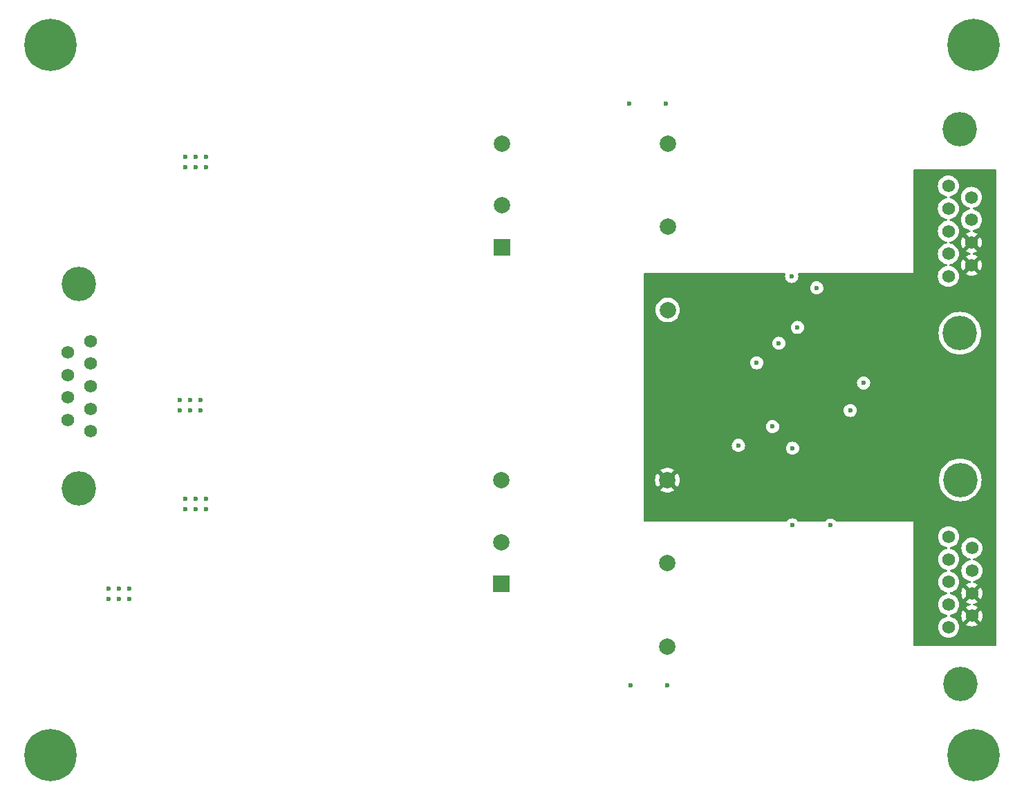
<source format=gbr>
%TF.GenerationSoftware,KiCad,Pcbnew,8.0.6*%
%TF.CreationDate,2025-05-16T11:43:59-04:00*%
%TF.ProjectId,PM5V_Telemetry_Cold_TPC,504d3556-5f54-4656-9c65-6d657472795f,rev?*%
%TF.SameCoordinates,Original*%
%TF.FileFunction,Copper,L4,Inr*%
%TF.FilePolarity,Positive*%
%FSLAX46Y46*%
G04 Gerber Fmt 4.6, Leading zero omitted, Abs format (unit mm)*
G04 Created by KiCad (PCBNEW 8.0.6) date 2025-05-16 11:43:59*
%MOMM*%
%LPD*%
G01*
G04 APERTURE LIST*
%TA.AperFunction,ComponentPad*%
%ADD10C,6.400000*%
%TD*%
%TA.AperFunction,ComponentPad*%
%ADD11C,1.560000*%
%TD*%
%TA.AperFunction,ComponentPad*%
%ADD12C,4.216000*%
%TD*%
%TA.AperFunction,ComponentPad*%
%ADD13R,2.000000X2.000000*%
%TD*%
%TA.AperFunction,ComponentPad*%
%ADD14C,2.000000*%
%TD*%
%TA.AperFunction,ViaPad*%
%ADD15C,0.600000*%
%TD*%
G04 APERTURE END LIST*
D10*
%TO.N,GNDPWR*%
%TO.C,H3*%
X208000000Y-33000000D03*
%TD*%
%TO.N,GNDPWR*%
%TO.C,H1*%
X95000000Y-33000000D03*
%TD*%
D11*
%TO.N,/V_SEC_RTN*%
%TO.C,J1*%
X99920000Y-69275000D03*
X99920000Y-72045000D03*
%TO.N,unconnected-(J1-Pad3)*%
X99920000Y-74815000D03*
%TO.N,/V_SEC_RTN*%
X99920000Y-77585000D03*
X99920000Y-80355000D03*
%TO.N,/V_SEC_IN*%
X97080000Y-70660000D03*
X97080000Y-73430000D03*
X97080000Y-76200000D03*
X97080000Y-78970000D03*
D12*
%TO.N,GNDPWR*%
X98500000Y-62315000D03*
X98500000Y-87315000D03*
%TD*%
D10*
%TO.N,GNDPWR*%
%TO.C,H2*%
X95000000Y-120000000D03*
%TD*%
D11*
%TO.N,/PM_5V_RTN*%
%TO.C,J2*%
X204940000Y-61360000D03*
X204940000Y-58590000D03*
%TO.N,unconnected-(J2-Pad3)*%
X204940000Y-55820000D03*
%TO.N,/PM_5V_RTN*%
X204940000Y-53050000D03*
X204940000Y-50280000D03*
%TO.N,/M5_OUT*%
X207780000Y-59975000D03*
X207780000Y-57205000D03*
%TO.N,/P5_OUT*%
X207780000Y-54435000D03*
X207780000Y-51665000D03*
D12*
%TO.N,GNDPWR*%
X206360000Y-68320000D03*
X206360000Y-43320000D03*
%TD*%
D10*
%TO.N,GNDPWR*%
%TO.C,H4*%
X208000000Y-120000000D03*
%TD*%
D13*
%TO.N,/Main_Converter1/V_POS*%
%TO.C,U2*%
X150235600Y-99020000D03*
D14*
%TO.N,/Main_Converter1/V_RTN*%
X150235600Y-93920000D03*
%TO.N,/PM_5V_RTN*%
X170535600Y-106720000D03*
%TO.N,/Main_Converter1/trim*%
X170535600Y-96520000D03*
%TO.N,/M5_OUT*%
X170535600Y-86320000D03*
%TO.N,unconnected-(U2-REMOTE-Pad6)*%
X150235600Y-86320000D03*
%TD*%
D13*
%TO.N,/Main_Converter/V_POS*%
%TO.C,U1*%
X150268100Y-57775000D03*
D14*
%TO.N,/Main_Converter/V_RTN*%
X150268100Y-52675000D03*
%TO.N,/P5_OUT*%
X170568100Y-65475000D03*
%TO.N,/Main_Converter/trim*%
X170568100Y-55275000D03*
%TO.N,/PM_5V_RTN*%
X170568100Y-45075000D03*
%TO.N,unconnected-(U1-REMOTE-Pad6)*%
X150268100Y-45075000D03*
%TD*%
D11*
%TO.N,/PM_5V_RTN*%
%TO.C,J3*%
X204980000Y-104350000D03*
X204980000Y-101580000D03*
%TO.N,unconnected-(J3-Pad3)*%
X204980000Y-98810000D03*
%TO.N,/PM_5V_RTN*%
X204980000Y-96040000D03*
X204980000Y-93270000D03*
%TO.N,/M5_OUT*%
X207820000Y-102965000D03*
X207820000Y-100195000D03*
%TO.N,/P5_OUT*%
X207820000Y-97425000D03*
X207820000Y-94655000D03*
D12*
%TO.N,GNDPWR*%
X206400000Y-111310000D03*
X206400000Y-86310000D03*
%TD*%
D15*
%TO.N,/V_SEC_RTN*%
X111506000Y-88646000D03*
X112776000Y-48006000D03*
X111506000Y-46736000D03*
X111506000Y-89916000D03*
X112776000Y-89916000D03*
X114046000Y-46736000D03*
X114046000Y-48006000D03*
X112776000Y-46736000D03*
X114046000Y-88646000D03*
X114046000Y-89916000D03*
X112776000Y-88646000D03*
X111506000Y-48006000D03*
%TO.N,/P5_OUT*%
X194564000Y-74422000D03*
X181474300Y-71950000D03*
%TO.N,/PM_5V_RTN*%
X179238100Y-82080000D03*
X185868900Y-82427600D03*
X186468100Y-67620000D03*
X192928100Y-77790000D03*
X184188100Y-69560000D03*
X170318100Y-40230000D03*
X170483000Y-111506000D03*
X183418100Y-79770000D03*
%TO.N,GNDPWR*%
X165868100Y-40220000D03*
X166035500Y-111481000D03*
%TO.N,/M5_OUT*%
X186401900Y-78450000D03*
X177378100Y-82030000D03*
%TO.N,Net-(D1-Pad2)*%
X185758100Y-61370000D03*
%TO.N,Net-(D1-Pad1)*%
X188828100Y-62770000D03*
%TO.N,Net-(D2-Pad1)*%
X185818100Y-91830000D03*
%TO.N,Net-(D2-Pad2)*%
X190508100Y-91840000D03*
%TO.N,/V_SEC_IN*%
X110870000Y-76520000D03*
X104660000Y-100910000D03*
X103390000Y-100910000D03*
X103390000Y-99640000D03*
X110870000Y-77790000D03*
X102120000Y-99640000D03*
X113410000Y-77790000D03*
X104660000Y-99640000D03*
X112140000Y-77790000D03*
X113410000Y-76520000D03*
X102120000Y-100910000D03*
X112140000Y-76520000D03*
%TD*%
%TA.AperFunction,Conductor*%
%TO.N,/M5_OUT*%
G36*
X210763039Y-48279685D02*
G01*
X210808794Y-48332489D01*
X210820000Y-48384000D01*
X210820000Y-106556000D01*
X210800315Y-106623039D01*
X210747511Y-106668794D01*
X210696000Y-106680000D01*
X200784000Y-106680000D01*
X200716961Y-106660315D01*
X200671206Y-106607511D01*
X200660000Y-106556000D01*
X200660000Y-93269998D01*
X203694609Y-93269998D01*
X203694609Y-93270001D01*
X203714136Y-93493200D01*
X203714137Y-93493208D01*
X203772126Y-93709625D01*
X203772127Y-93709627D01*
X203772128Y-93709630D01*
X203827683Y-93828768D01*
X203866819Y-93912696D01*
X203866821Y-93912700D01*
X203995329Y-94096228D01*
X203995334Y-94096234D01*
X204153765Y-94254665D01*
X204153771Y-94254670D01*
X204337299Y-94383178D01*
X204337301Y-94383179D01*
X204337304Y-94383181D01*
X204540370Y-94477872D01*
X204754414Y-94535225D01*
X204814074Y-94571590D01*
X204844603Y-94634437D01*
X204836308Y-94703813D01*
X204791823Y-94757691D01*
X204754415Y-94774774D01*
X204705230Y-94787953D01*
X204540374Y-94832126D01*
X204540368Y-94832129D01*
X204337306Y-94926818D01*
X204337304Y-94926819D01*
X204153764Y-95055334D01*
X203995334Y-95213764D01*
X203866819Y-95397304D01*
X203866818Y-95397306D01*
X203772129Y-95600368D01*
X203772126Y-95600374D01*
X203714137Y-95816791D01*
X203714136Y-95816799D01*
X203694609Y-96039998D01*
X203694609Y-96040001D01*
X203714136Y-96263200D01*
X203714137Y-96263208D01*
X203772126Y-96479625D01*
X203772127Y-96479627D01*
X203772128Y-96479630D01*
X203827683Y-96598768D01*
X203866819Y-96682696D01*
X203866821Y-96682700D01*
X203995329Y-96866228D01*
X203995334Y-96866234D01*
X204153765Y-97024665D01*
X204153771Y-97024670D01*
X204337299Y-97153178D01*
X204337301Y-97153179D01*
X204337304Y-97153181D01*
X204540370Y-97247872D01*
X204754414Y-97305225D01*
X204814074Y-97341590D01*
X204844603Y-97404437D01*
X204836308Y-97473813D01*
X204791823Y-97527691D01*
X204754415Y-97544774D01*
X204705230Y-97557953D01*
X204540374Y-97602126D01*
X204540368Y-97602129D01*
X204337306Y-97696818D01*
X204337304Y-97696819D01*
X204153764Y-97825334D01*
X203995334Y-97983764D01*
X203866819Y-98167304D01*
X203866818Y-98167306D01*
X203772129Y-98370368D01*
X203772126Y-98370374D01*
X203714137Y-98586791D01*
X203714136Y-98586799D01*
X203694609Y-98809998D01*
X203694609Y-98810001D01*
X203714136Y-99033200D01*
X203714137Y-99033208D01*
X203772126Y-99249625D01*
X203772127Y-99249627D01*
X203772128Y-99249630D01*
X203866819Y-99452696D01*
X203866821Y-99452700D01*
X203995329Y-99636228D01*
X203995334Y-99636234D01*
X204153765Y-99794665D01*
X204153771Y-99794670D01*
X204337299Y-99923178D01*
X204337301Y-99923179D01*
X204337304Y-99923181D01*
X204540370Y-100017872D01*
X204754414Y-100075225D01*
X204814074Y-100111590D01*
X204844603Y-100174437D01*
X204836308Y-100243813D01*
X204791823Y-100297691D01*
X204754415Y-100314774D01*
X204705230Y-100327953D01*
X204540374Y-100372126D01*
X204540368Y-100372129D01*
X204337306Y-100466818D01*
X204337304Y-100466819D01*
X204153764Y-100595334D01*
X203995334Y-100753764D01*
X203866819Y-100937304D01*
X203866818Y-100937306D01*
X203772129Y-101140368D01*
X203772126Y-101140374D01*
X203714137Y-101356791D01*
X203714136Y-101356799D01*
X203694609Y-101579998D01*
X203694609Y-101580001D01*
X203714136Y-101803200D01*
X203714137Y-101803208D01*
X203772126Y-102019625D01*
X203772127Y-102019627D01*
X203772128Y-102019630D01*
X203866819Y-102222696D01*
X203866821Y-102222700D01*
X203995329Y-102406228D01*
X203995334Y-102406234D01*
X204153765Y-102564665D01*
X204153771Y-102564670D01*
X204337299Y-102693178D01*
X204337301Y-102693179D01*
X204337304Y-102693181D01*
X204540370Y-102787872D01*
X204754414Y-102845225D01*
X204814074Y-102881590D01*
X204844603Y-102944437D01*
X204836308Y-103013813D01*
X204791823Y-103067691D01*
X204754415Y-103084774D01*
X204705230Y-103097953D01*
X204540374Y-103142126D01*
X204540368Y-103142129D01*
X204337306Y-103236818D01*
X204337304Y-103236819D01*
X204153764Y-103365334D01*
X203995334Y-103523764D01*
X203866819Y-103707304D01*
X203866818Y-103707306D01*
X203772129Y-103910368D01*
X203772126Y-103910374D01*
X203714137Y-104126791D01*
X203714136Y-104126799D01*
X203694609Y-104349998D01*
X203694609Y-104350001D01*
X203714136Y-104573200D01*
X203714137Y-104573208D01*
X203772126Y-104789625D01*
X203772127Y-104789627D01*
X203772128Y-104789630D01*
X203866819Y-104992696D01*
X203866821Y-104992700D01*
X203995329Y-105176228D01*
X203995334Y-105176234D01*
X204153765Y-105334665D01*
X204153771Y-105334670D01*
X204337299Y-105463178D01*
X204337301Y-105463179D01*
X204337304Y-105463181D01*
X204540370Y-105557872D01*
X204756794Y-105615863D01*
X204916226Y-105629811D01*
X204979998Y-105635391D01*
X204980000Y-105635391D01*
X204980002Y-105635391D01*
X205035801Y-105630509D01*
X205203206Y-105615863D01*
X205419630Y-105557872D01*
X205622696Y-105463181D01*
X205806233Y-105334667D01*
X205964667Y-105176233D01*
X206093181Y-104992696D01*
X206187872Y-104789630D01*
X206245863Y-104573206D01*
X206265391Y-104350000D01*
X206245863Y-104126794D01*
X206187872Y-103910370D01*
X206093181Y-103707305D01*
X205964667Y-103523767D01*
X205806233Y-103365333D01*
X205806229Y-103365330D01*
X205806228Y-103365329D01*
X205622700Y-103236821D01*
X205622696Y-103236819D01*
X205622694Y-103236818D01*
X205419630Y-103142128D01*
X205419626Y-103142127D01*
X205419622Y-103142125D01*
X205257884Y-103098788D01*
X205205585Y-103084774D01*
X205145925Y-103048410D01*
X205115396Y-102985563D01*
X205123691Y-102916188D01*
X205168176Y-102862310D01*
X205205584Y-102845225D01*
X205419630Y-102787872D01*
X205622696Y-102693181D01*
X205806233Y-102564667D01*
X205964667Y-102406233D01*
X206093181Y-102222696D01*
X206187872Y-102019630D01*
X206245863Y-101803206D01*
X206265391Y-101580000D01*
X206245863Y-101356794D01*
X206187872Y-101140370D01*
X206093181Y-100937305D01*
X205964667Y-100753767D01*
X205806233Y-100595333D01*
X205806229Y-100595330D01*
X205806228Y-100595329D01*
X205622700Y-100466821D01*
X205622696Y-100466819D01*
X205622694Y-100466818D01*
X205419630Y-100372128D01*
X205419626Y-100372127D01*
X205419622Y-100372125D01*
X205257884Y-100328788D01*
X205205585Y-100314774D01*
X205145925Y-100278410D01*
X205115396Y-100215563D01*
X205123691Y-100146188D01*
X205168176Y-100092310D01*
X205205584Y-100075225D01*
X205419630Y-100017872D01*
X205622696Y-99923181D01*
X205806233Y-99794667D01*
X205964667Y-99636233D01*
X206093181Y-99452696D01*
X206187872Y-99249630D01*
X206245863Y-99033206D01*
X206265391Y-98810000D01*
X206245863Y-98586794D01*
X206187872Y-98370370D01*
X206093181Y-98167305D01*
X205964667Y-97983767D01*
X205806233Y-97825333D01*
X205806229Y-97825330D01*
X205806228Y-97825329D01*
X205622700Y-97696821D01*
X205622696Y-97696819D01*
X205518449Y-97648208D01*
X205419630Y-97602128D01*
X205419626Y-97602127D01*
X205419622Y-97602125D01*
X205257884Y-97558788D01*
X205205585Y-97544774D01*
X205145925Y-97508410D01*
X205115396Y-97445563D01*
X205123691Y-97376188D01*
X205168176Y-97322310D01*
X205205584Y-97305225D01*
X205419630Y-97247872D01*
X205622696Y-97153181D01*
X205806233Y-97024667D01*
X205964667Y-96866233D01*
X206093181Y-96682696D01*
X206187872Y-96479630D01*
X206245863Y-96263206D01*
X206265391Y-96040000D01*
X206245863Y-95816794D01*
X206187872Y-95600370D01*
X206093181Y-95397305D01*
X205964667Y-95213767D01*
X205806233Y-95055333D01*
X205806229Y-95055330D01*
X205806228Y-95055329D01*
X205622700Y-94926821D01*
X205622696Y-94926819D01*
X205518449Y-94878208D01*
X205419630Y-94832128D01*
X205419626Y-94832127D01*
X205419622Y-94832125D01*
X205257884Y-94788788D01*
X205205585Y-94774774D01*
X205145925Y-94738410D01*
X205115396Y-94675563D01*
X205117855Y-94654998D01*
X206534609Y-94654998D01*
X206534609Y-94655001D01*
X206554136Y-94878200D01*
X206554137Y-94878208D01*
X206612126Y-95094625D01*
X206612127Y-95094627D01*
X206612128Y-95094630D01*
X206667683Y-95213768D01*
X206706819Y-95297696D01*
X206706821Y-95297700D01*
X206835329Y-95481228D01*
X206835334Y-95481234D01*
X206993765Y-95639665D01*
X206993771Y-95639670D01*
X207177299Y-95768178D01*
X207177301Y-95768179D01*
X207177304Y-95768181D01*
X207380370Y-95862872D01*
X207594414Y-95920225D01*
X207654074Y-95956590D01*
X207684603Y-96019437D01*
X207676308Y-96088813D01*
X207631823Y-96142691D01*
X207594415Y-96159774D01*
X207545230Y-96172953D01*
X207380374Y-96217126D01*
X207380368Y-96217129D01*
X207177306Y-96311818D01*
X207177304Y-96311819D01*
X206993764Y-96440334D01*
X206835334Y-96598764D01*
X206706819Y-96782304D01*
X206706818Y-96782306D01*
X206612129Y-96985368D01*
X206612126Y-96985374D01*
X206554137Y-97201791D01*
X206554136Y-97201799D01*
X206534609Y-97424998D01*
X206534609Y-97425001D01*
X206554136Y-97648200D01*
X206554137Y-97648208D01*
X206612126Y-97864625D01*
X206612127Y-97864627D01*
X206612128Y-97864630D01*
X206667683Y-97983768D01*
X206706819Y-98067696D01*
X206706821Y-98067700D01*
X206835329Y-98251228D01*
X206835334Y-98251234D01*
X206993765Y-98409665D01*
X206993771Y-98409670D01*
X207177299Y-98538178D01*
X207177301Y-98538179D01*
X207177304Y-98538181D01*
X207380370Y-98632872D01*
X207595379Y-98690484D01*
X207655039Y-98726848D01*
X207685568Y-98789695D01*
X207677273Y-98859070D01*
X207632788Y-98912948D01*
X207595379Y-98930033D01*
X207380547Y-98987597D01*
X207380540Y-98987600D01*
X207177556Y-99082253D01*
X207108887Y-99130334D01*
X207674260Y-99695707D01*
X207619288Y-99710437D01*
X207500713Y-99778896D01*
X207403896Y-99875713D01*
X207335437Y-99994288D01*
X207320707Y-100049260D01*
X206755334Y-99483887D01*
X206707253Y-99552556D01*
X206612600Y-99755540D01*
X206612596Y-99755549D01*
X206554632Y-99971875D01*
X206554630Y-99971886D01*
X206535111Y-100194997D01*
X206535111Y-100195002D01*
X206554630Y-100418113D01*
X206554632Y-100418124D01*
X206612596Y-100634450D01*
X206612600Y-100634459D01*
X206707252Y-100837443D01*
X206707253Y-100837445D01*
X206755334Y-100906112D01*
X207320707Y-100340739D01*
X207335437Y-100395712D01*
X207403896Y-100514287D01*
X207500713Y-100611104D01*
X207619288Y-100679563D01*
X207674259Y-100694292D01*
X207108886Y-101259664D01*
X207177555Y-101307746D01*
X207380540Y-101402399D01*
X207380546Y-101402402D01*
X207596344Y-101460225D01*
X207656004Y-101496590D01*
X207686533Y-101559437D01*
X207678238Y-101628813D01*
X207633753Y-101682690D01*
X207596344Y-101699775D01*
X207380546Y-101757597D01*
X207380540Y-101757600D01*
X207177556Y-101852253D01*
X207108887Y-101900334D01*
X207674260Y-102465707D01*
X207619288Y-102480437D01*
X207500713Y-102548896D01*
X207403896Y-102645713D01*
X207335437Y-102764288D01*
X207320707Y-102819260D01*
X206755334Y-102253887D01*
X206707253Y-102322556D01*
X206612600Y-102525540D01*
X206612596Y-102525549D01*
X206554632Y-102741875D01*
X206554630Y-102741886D01*
X206535111Y-102964997D01*
X206535111Y-102965002D01*
X206554630Y-103188113D01*
X206554632Y-103188124D01*
X206612596Y-103404450D01*
X206612600Y-103404459D01*
X206707252Y-103607443D01*
X206707253Y-103607445D01*
X206755334Y-103676112D01*
X207320707Y-103110739D01*
X207335437Y-103165712D01*
X207403896Y-103284287D01*
X207500713Y-103381104D01*
X207619288Y-103449563D01*
X207674259Y-103464292D01*
X207108886Y-104029664D01*
X207177555Y-104077746D01*
X207380540Y-104172399D01*
X207380549Y-104172403D01*
X207596875Y-104230367D01*
X207596886Y-104230369D01*
X207819998Y-104249889D01*
X207820002Y-104249889D01*
X208043113Y-104230369D01*
X208043124Y-104230367D01*
X208259450Y-104172403D01*
X208259459Y-104172399D01*
X208462445Y-104077746D01*
X208462451Y-104077742D01*
X208531112Y-104029665D01*
X207965739Y-103464292D01*
X208020712Y-103449563D01*
X208139287Y-103381104D01*
X208236104Y-103284287D01*
X208304563Y-103165712D01*
X208319292Y-103110739D01*
X208884665Y-103676112D01*
X208932742Y-103607451D01*
X208932746Y-103607445D01*
X209027399Y-103404459D01*
X209027403Y-103404450D01*
X209085367Y-103188124D01*
X209085369Y-103188113D01*
X209104889Y-102965002D01*
X209104889Y-102964997D01*
X209085369Y-102741886D01*
X209085367Y-102741875D01*
X209027403Y-102525549D01*
X209027399Y-102525540D01*
X208932747Y-102322557D01*
X208932746Y-102322555D01*
X208884664Y-102253887D01*
X208884664Y-102253886D01*
X208319292Y-102819259D01*
X208304563Y-102764288D01*
X208236104Y-102645713D01*
X208139287Y-102548896D01*
X208020712Y-102480437D01*
X207965740Y-102465707D01*
X208531112Y-101900334D01*
X208531112Y-101900333D01*
X208462445Y-101852253D01*
X208462443Y-101852252D01*
X208259459Y-101757600D01*
X208259450Y-101757596D01*
X208043656Y-101699775D01*
X207983995Y-101663410D01*
X207953466Y-101600563D01*
X207961761Y-101531188D01*
X208006246Y-101477310D01*
X208043656Y-101460225D01*
X208259450Y-101402403D01*
X208259459Y-101402399D01*
X208462445Y-101307746D01*
X208462451Y-101307742D01*
X208531112Y-101259665D01*
X207965739Y-100694292D01*
X208020712Y-100679563D01*
X208139287Y-100611104D01*
X208236104Y-100514287D01*
X208304563Y-100395712D01*
X208319292Y-100340739D01*
X208884665Y-100906112D01*
X208932742Y-100837451D01*
X208932746Y-100837445D01*
X209027399Y-100634459D01*
X209027403Y-100634450D01*
X209085367Y-100418124D01*
X209085369Y-100418113D01*
X209104889Y-100195002D01*
X209104889Y-100194997D01*
X209085369Y-99971886D01*
X209085367Y-99971875D01*
X209027403Y-99755549D01*
X209027399Y-99755540D01*
X208932747Y-99552557D01*
X208932746Y-99552555D01*
X208884664Y-99483887D01*
X208884664Y-99483886D01*
X208319292Y-100049259D01*
X208304563Y-99994288D01*
X208236104Y-99875713D01*
X208139287Y-99778896D01*
X208020712Y-99710437D01*
X207965740Y-99695707D01*
X208531112Y-99130334D01*
X208531112Y-99130333D01*
X208462445Y-99082253D01*
X208462443Y-99082252D01*
X208259459Y-98987600D01*
X208259453Y-98987597D01*
X208044620Y-98930033D01*
X207984960Y-98893668D01*
X207954431Y-98830821D01*
X207962726Y-98761445D01*
X208007211Y-98707567D01*
X208044616Y-98690485D01*
X208259630Y-98632872D01*
X208462696Y-98538181D01*
X208646233Y-98409667D01*
X208804667Y-98251233D01*
X208933181Y-98067696D01*
X209027872Y-97864630D01*
X209085863Y-97648206D01*
X209105391Y-97425000D01*
X209085863Y-97201794D01*
X209027872Y-96985370D01*
X208933181Y-96782305D01*
X208804667Y-96598767D01*
X208646233Y-96440333D01*
X208646229Y-96440330D01*
X208646228Y-96440329D01*
X208462700Y-96311821D01*
X208462696Y-96311819D01*
X208462694Y-96311818D01*
X208259630Y-96217128D01*
X208259626Y-96217127D01*
X208259622Y-96217125D01*
X208097884Y-96173788D01*
X208045585Y-96159774D01*
X207985925Y-96123410D01*
X207955396Y-96060563D01*
X207963691Y-95991188D01*
X208008176Y-95937310D01*
X208045584Y-95920225D01*
X208259630Y-95862872D01*
X208462696Y-95768181D01*
X208646233Y-95639667D01*
X208804667Y-95481233D01*
X208933181Y-95297696D01*
X209027872Y-95094630D01*
X209085863Y-94878206D01*
X209105391Y-94655000D01*
X209085863Y-94431794D01*
X209027872Y-94215370D01*
X208933181Y-94012305D01*
X208804667Y-93828767D01*
X208646233Y-93670333D01*
X208646229Y-93670330D01*
X208646228Y-93670329D01*
X208462700Y-93541821D01*
X208462696Y-93541819D01*
X208358449Y-93493208D01*
X208259630Y-93447128D01*
X208259627Y-93447127D01*
X208259625Y-93447126D01*
X208043208Y-93389137D01*
X208043200Y-93389136D01*
X207820002Y-93369609D01*
X207819998Y-93369609D01*
X207596799Y-93389136D01*
X207596791Y-93389137D01*
X207380374Y-93447126D01*
X207380368Y-93447129D01*
X207177306Y-93541818D01*
X207177304Y-93541819D01*
X206993764Y-93670334D01*
X206835334Y-93828764D01*
X206706819Y-94012304D01*
X206706818Y-94012306D01*
X206612129Y-94215368D01*
X206612126Y-94215374D01*
X206554137Y-94431791D01*
X206554136Y-94431799D01*
X206534609Y-94654998D01*
X205117855Y-94654998D01*
X205123691Y-94606188D01*
X205168176Y-94552310D01*
X205205584Y-94535225D01*
X205419630Y-94477872D01*
X205622696Y-94383181D01*
X205806233Y-94254667D01*
X205964667Y-94096233D01*
X206093181Y-93912696D01*
X206187872Y-93709630D01*
X206245863Y-93493206D01*
X206265391Y-93270000D01*
X206245863Y-93046794D01*
X206187872Y-92830370D01*
X206093181Y-92627305D01*
X205964667Y-92443767D01*
X205806233Y-92285333D01*
X205806229Y-92285330D01*
X205806228Y-92285329D01*
X205622700Y-92156821D01*
X205622696Y-92156819D01*
X205622694Y-92156818D01*
X205419630Y-92062128D01*
X205419627Y-92062127D01*
X205419625Y-92062126D01*
X205203208Y-92004137D01*
X205203200Y-92004136D01*
X204980002Y-91984609D01*
X204979998Y-91984609D01*
X204756799Y-92004136D01*
X204756791Y-92004137D01*
X204540374Y-92062126D01*
X204540368Y-92062129D01*
X204337306Y-92156818D01*
X204337304Y-92156819D01*
X204153764Y-92285334D01*
X203995334Y-92443764D01*
X203866819Y-92627304D01*
X203866818Y-92627306D01*
X203772129Y-92830368D01*
X203772126Y-92830374D01*
X203714137Y-93046791D01*
X203714136Y-93046799D01*
X203694609Y-93269998D01*
X200660000Y-93269998D01*
X200660000Y-91440000D01*
X191270704Y-91440000D01*
X191203665Y-91420315D01*
X191165710Y-91381971D01*
X191137919Y-91337742D01*
X191137917Y-91337739D01*
X191010362Y-91210184D01*
X190857623Y-91114211D01*
X190687354Y-91054631D01*
X190687349Y-91054630D01*
X190508104Y-91034435D01*
X190508096Y-91034435D01*
X190328850Y-91054630D01*
X190328845Y-91054631D01*
X190158576Y-91114211D01*
X190005837Y-91210184D01*
X189878282Y-91337739D01*
X189878280Y-91337742D01*
X189850490Y-91381971D01*
X189798156Y-91428263D01*
X189745496Y-91440000D01*
X186586987Y-91440000D01*
X186519948Y-91420315D01*
X186481994Y-91381973D01*
X186447916Y-91327738D01*
X186320362Y-91200184D01*
X186167623Y-91104211D01*
X185997354Y-91044631D01*
X185997349Y-91044630D01*
X185818104Y-91024435D01*
X185818096Y-91024435D01*
X185638850Y-91044630D01*
X185638845Y-91044631D01*
X185468576Y-91104211D01*
X185315837Y-91200184D01*
X185188284Y-91327737D01*
X185182000Y-91337739D01*
X185154205Y-91381973D01*
X185101873Y-91428263D01*
X185049213Y-91440000D01*
X167764000Y-91440000D01*
X167696961Y-91420315D01*
X167651206Y-91367511D01*
X167640000Y-91316000D01*
X167640000Y-86319994D01*
X169030459Y-86319994D01*
X169030459Y-86320005D01*
X169050985Y-86567729D01*
X169050987Y-86567738D01*
X169112012Y-86808717D01*
X169211866Y-87036364D01*
X169312164Y-87189882D01*
X169934558Y-86567488D01*
X169959578Y-86627890D01*
X170030712Y-86734351D01*
X170121249Y-86824888D01*
X170227710Y-86896022D01*
X170288111Y-86921041D01*
X169665542Y-87543609D01*
X169712368Y-87580055D01*
X169712370Y-87580056D01*
X169930985Y-87698364D01*
X169930996Y-87698369D01*
X170166106Y-87779083D01*
X170411307Y-87820000D01*
X170659893Y-87820000D01*
X170905093Y-87779083D01*
X171140203Y-87698369D01*
X171140214Y-87698364D01*
X171358828Y-87580057D01*
X171358831Y-87580055D01*
X171405656Y-87543609D01*
X170783088Y-86921041D01*
X170843490Y-86896022D01*
X170949951Y-86824888D01*
X171040488Y-86734351D01*
X171111622Y-86627890D01*
X171136641Y-86567489D01*
X171759034Y-87189882D01*
X171859331Y-87036369D01*
X171959187Y-86808717D01*
X172020212Y-86567738D01*
X172020214Y-86567729D01*
X172040741Y-86320005D01*
X172040741Y-86319994D01*
X172039913Y-86310000D01*
X203786732Y-86310000D01*
X203805785Y-86624989D01*
X203805785Y-86624994D01*
X203805786Y-86624995D01*
X203862669Y-86935396D01*
X203862670Y-86935400D01*
X203862671Y-86935404D01*
X203956545Y-87236659D01*
X203956549Y-87236670D01*
X203956550Y-87236673D01*
X203956552Y-87236678D01*
X204086066Y-87524446D01*
X204249326Y-87794510D01*
X204443943Y-88042920D01*
X204667079Y-88266056D01*
X204915489Y-88460673D01*
X204915492Y-88460675D01*
X204915495Y-88460677D01*
X205185554Y-88623934D01*
X205473322Y-88753448D01*
X205473332Y-88753451D01*
X205473340Y-88753454D01*
X205674176Y-88816036D01*
X205774604Y-88847331D01*
X206085005Y-88904214D01*
X206400000Y-88923268D01*
X206714995Y-88904214D01*
X207025396Y-88847331D01*
X207326678Y-88753448D01*
X207614446Y-88623934D01*
X207884505Y-88460677D01*
X208132917Y-88266059D01*
X208356059Y-88042917D01*
X208550677Y-87794505D01*
X208713934Y-87524446D01*
X208843448Y-87236678D01*
X208937331Y-86935396D01*
X208994214Y-86624995D01*
X209013268Y-86310000D01*
X208994214Y-85995005D01*
X208937331Y-85684604D01*
X208843448Y-85383322D01*
X208713934Y-85095554D01*
X208550677Y-84825495D01*
X208550675Y-84825492D01*
X208550673Y-84825489D01*
X208356056Y-84577079D01*
X208132920Y-84353943D01*
X207884510Y-84159326D01*
X207614446Y-83996066D01*
X207326678Y-83866552D01*
X207326673Y-83866550D01*
X207326670Y-83866549D01*
X207326659Y-83866545D01*
X207025404Y-83772671D01*
X207025400Y-83772670D01*
X207025396Y-83772669D01*
X206714995Y-83715786D01*
X206714994Y-83715785D01*
X206714989Y-83715785D01*
X206400000Y-83696732D01*
X206085010Y-83715785D01*
X206085005Y-83715786D01*
X205774604Y-83772669D01*
X205774601Y-83772669D01*
X205774595Y-83772671D01*
X205473340Y-83866545D01*
X205473329Y-83866549D01*
X205185553Y-83996066D01*
X204915489Y-84159326D01*
X204667079Y-84353943D01*
X204443943Y-84577079D01*
X204249326Y-84825489D01*
X204086066Y-85095553D01*
X203956549Y-85383329D01*
X203956545Y-85383340D01*
X203862671Y-85684595D01*
X203862669Y-85684601D01*
X203862669Y-85684604D01*
X203838753Y-85815112D01*
X203805785Y-85995010D01*
X203786732Y-86310000D01*
X172039913Y-86310000D01*
X172020214Y-86072270D01*
X172020212Y-86072261D01*
X171959187Y-85831282D01*
X171859331Y-85603630D01*
X171759034Y-85450116D01*
X171136641Y-86072510D01*
X171111622Y-86012110D01*
X171040488Y-85905649D01*
X170949951Y-85815112D01*
X170843490Y-85743978D01*
X170783089Y-85718958D01*
X171405657Y-85096390D01*
X171405656Y-85096389D01*
X171358829Y-85059943D01*
X171140214Y-84941635D01*
X171140203Y-84941630D01*
X170905093Y-84860916D01*
X170659893Y-84820000D01*
X170411307Y-84820000D01*
X170166106Y-84860916D01*
X169930996Y-84941630D01*
X169930990Y-84941632D01*
X169712361Y-85059949D01*
X169665542Y-85096388D01*
X169665542Y-85096390D01*
X170288111Y-85718958D01*
X170227710Y-85743978D01*
X170121249Y-85815112D01*
X170030712Y-85905649D01*
X169959578Y-86012110D01*
X169934558Y-86072510D01*
X169312164Y-85450116D01*
X169211867Y-85603632D01*
X169112012Y-85831282D01*
X169050987Y-86072261D01*
X169050985Y-86072270D01*
X169030459Y-86319994D01*
X167640000Y-86319994D01*
X167640000Y-82079996D01*
X178432535Y-82079996D01*
X178432535Y-82080003D01*
X178452730Y-82259249D01*
X178452731Y-82259254D01*
X178512311Y-82429523D01*
X178608284Y-82582262D01*
X178735838Y-82709816D01*
X178888578Y-82805789D01*
X179058845Y-82865368D01*
X179058850Y-82865369D01*
X179238096Y-82885565D01*
X179238100Y-82885565D01*
X179238104Y-82885565D01*
X179417349Y-82865369D01*
X179417352Y-82865368D01*
X179417355Y-82865368D01*
X179587622Y-82805789D01*
X179740362Y-82709816D01*
X179867916Y-82582262D01*
X179963889Y-82429522D01*
X179964563Y-82427596D01*
X185063335Y-82427596D01*
X185063335Y-82427603D01*
X185083530Y-82606849D01*
X185083531Y-82606854D01*
X185143111Y-82777123D01*
X185198560Y-82865369D01*
X185239084Y-82929862D01*
X185366638Y-83057416D01*
X185519378Y-83153389D01*
X185689645Y-83212968D01*
X185689650Y-83212969D01*
X185868896Y-83233165D01*
X185868900Y-83233165D01*
X185868904Y-83233165D01*
X186048149Y-83212969D01*
X186048152Y-83212968D01*
X186048155Y-83212968D01*
X186218422Y-83153389D01*
X186371162Y-83057416D01*
X186498716Y-82929862D01*
X186594689Y-82777122D01*
X186654268Y-82606855D01*
X186657039Y-82582262D01*
X186674465Y-82427603D01*
X186674465Y-82427596D01*
X186654269Y-82248350D01*
X186654268Y-82248345D01*
X186594689Y-82078078D01*
X186498716Y-81925338D01*
X186371162Y-81797784D01*
X186218423Y-81701811D01*
X186048154Y-81642231D01*
X186048149Y-81642230D01*
X185868904Y-81622035D01*
X185868896Y-81622035D01*
X185689650Y-81642230D01*
X185689645Y-81642231D01*
X185519376Y-81701811D01*
X185366637Y-81797784D01*
X185239084Y-81925337D01*
X185143111Y-82078076D01*
X185083531Y-82248345D01*
X185083530Y-82248350D01*
X185063335Y-82427596D01*
X179964563Y-82427596D01*
X180023468Y-82259255D01*
X180024697Y-82248350D01*
X180043665Y-82080003D01*
X180043665Y-82079996D01*
X180023469Y-81900750D01*
X180023468Y-81900745D01*
X179963888Y-81730476D01*
X179908439Y-81642230D01*
X179867916Y-81577738D01*
X179740362Y-81450184D01*
X179587623Y-81354211D01*
X179417354Y-81294631D01*
X179417349Y-81294630D01*
X179238104Y-81274435D01*
X179238096Y-81274435D01*
X179058850Y-81294630D01*
X179058845Y-81294631D01*
X178888576Y-81354211D01*
X178735837Y-81450184D01*
X178608284Y-81577737D01*
X178512311Y-81730476D01*
X178452731Y-81900745D01*
X178452730Y-81900750D01*
X178432535Y-82079996D01*
X167640000Y-82079996D01*
X167640000Y-79769996D01*
X182612535Y-79769996D01*
X182612535Y-79770003D01*
X182632730Y-79949249D01*
X182632731Y-79949254D01*
X182692311Y-80119523D01*
X182788284Y-80272262D01*
X182915838Y-80399816D01*
X183068578Y-80495789D01*
X183238845Y-80555368D01*
X183238850Y-80555369D01*
X183418096Y-80575565D01*
X183418100Y-80575565D01*
X183418104Y-80575565D01*
X183597349Y-80555369D01*
X183597352Y-80555368D01*
X183597355Y-80555368D01*
X183767622Y-80495789D01*
X183920362Y-80399816D01*
X184047916Y-80272262D01*
X184143889Y-80119522D01*
X184203468Y-79949255D01*
X184223665Y-79770000D01*
X184203468Y-79590745D01*
X184143889Y-79420478D01*
X184047916Y-79267738D01*
X183920362Y-79140184D01*
X183767623Y-79044211D01*
X183597354Y-78984631D01*
X183597349Y-78984630D01*
X183418104Y-78964435D01*
X183418096Y-78964435D01*
X183238850Y-78984630D01*
X183238845Y-78984631D01*
X183068576Y-79044211D01*
X182915837Y-79140184D01*
X182788284Y-79267737D01*
X182692311Y-79420476D01*
X182632731Y-79590745D01*
X182632730Y-79590750D01*
X182612535Y-79769996D01*
X167640000Y-79769996D01*
X167640000Y-77789996D01*
X192122535Y-77789996D01*
X192122535Y-77790003D01*
X192142730Y-77969249D01*
X192142731Y-77969254D01*
X192202311Y-78139523D01*
X192298284Y-78292262D01*
X192425838Y-78419816D01*
X192578578Y-78515789D01*
X192748845Y-78575368D01*
X192748850Y-78575369D01*
X192928096Y-78595565D01*
X192928100Y-78595565D01*
X192928104Y-78595565D01*
X193107349Y-78575369D01*
X193107352Y-78575368D01*
X193107355Y-78575368D01*
X193277622Y-78515789D01*
X193430362Y-78419816D01*
X193557916Y-78292262D01*
X193653889Y-78139522D01*
X193713468Y-77969255D01*
X193733665Y-77790000D01*
X193713468Y-77610745D01*
X193653889Y-77440478D01*
X193557916Y-77287738D01*
X193430362Y-77160184D01*
X193277623Y-77064211D01*
X193107354Y-77004631D01*
X193107349Y-77004630D01*
X192928104Y-76984435D01*
X192928096Y-76984435D01*
X192748850Y-77004630D01*
X192748845Y-77004631D01*
X192578576Y-77064211D01*
X192425837Y-77160184D01*
X192298284Y-77287737D01*
X192202311Y-77440476D01*
X192142731Y-77610745D01*
X192142730Y-77610750D01*
X192122535Y-77789996D01*
X167640000Y-77789996D01*
X167640000Y-74421996D01*
X193758435Y-74421996D01*
X193758435Y-74422003D01*
X193778630Y-74601249D01*
X193778631Y-74601254D01*
X193838211Y-74771523D01*
X193934184Y-74924262D01*
X194061738Y-75051816D01*
X194214478Y-75147789D01*
X194384745Y-75207368D01*
X194384750Y-75207369D01*
X194563996Y-75227565D01*
X194564000Y-75227565D01*
X194564004Y-75227565D01*
X194743249Y-75207369D01*
X194743252Y-75207368D01*
X194743255Y-75207368D01*
X194913522Y-75147789D01*
X195066262Y-75051816D01*
X195193816Y-74924262D01*
X195289789Y-74771522D01*
X195349368Y-74601255D01*
X195369565Y-74422000D01*
X195349368Y-74242745D01*
X195289789Y-74072478D01*
X195193816Y-73919738D01*
X195066262Y-73792184D01*
X194913523Y-73696211D01*
X194743254Y-73636631D01*
X194743249Y-73636630D01*
X194564004Y-73616435D01*
X194563996Y-73616435D01*
X194384750Y-73636630D01*
X194384745Y-73636631D01*
X194214476Y-73696211D01*
X194061737Y-73792184D01*
X193934184Y-73919737D01*
X193838211Y-74072476D01*
X193778631Y-74242745D01*
X193778630Y-74242750D01*
X193758435Y-74421996D01*
X167640000Y-74421996D01*
X167640000Y-71949996D01*
X180668735Y-71949996D01*
X180668735Y-71950003D01*
X180688930Y-72129249D01*
X180688931Y-72129254D01*
X180748511Y-72299523D01*
X180844484Y-72452262D01*
X180972038Y-72579816D01*
X181124778Y-72675789D01*
X181295045Y-72735368D01*
X181295050Y-72735369D01*
X181474296Y-72755565D01*
X181474300Y-72755565D01*
X181474304Y-72755565D01*
X181653549Y-72735369D01*
X181653552Y-72735368D01*
X181653555Y-72735368D01*
X181823822Y-72675789D01*
X181976562Y-72579816D01*
X182104116Y-72452262D01*
X182200089Y-72299522D01*
X182259668Y-72129255D01*
X182279865Y-71950000D01*
X182259668Y-71770745D01*
X182200089Y-71600478D01*
X182104116Y-71447738D01*
X181976562Y-71320184D01*
X181823823Y-71224211D01*
X181653554Y-71164631D01*
X181653549Y-71164630D01*
X181474304Y-71144435D01*
X181474296Y-71144435D01*
X181295050Y-71164630D01*
X181295045Y-71164631D01*
X181124776Y-71224211D01*
X180972037Y-71320184D01*
X180844484Y-71447737D01*
X180748511Y-71600476D01*
X180688931Y-71770745D01*
X180688930Y-71770750D01*
X180668735Y-71949996D01*
X167640000Y-71949996D01*
X167640000Y-69559996D01*
X183382535Y-69559996D01*
X183382535Y-69560003D01*
X183402730Y-69739249D01*
X183402731Y-69739254D01*
X183462311Y-69909523D01*
X183552412Y-70052917D01*
X183558284Y-70062262D01*
X183685838Y-70189816D01*
X183838578Y-70285789D01*
X184008845Y-70345368D01*
X184008850Y-70345369D01*
X184188096Y-70365565D01*
X184188100Y-70365565D01*
X184188104Y-70365565D01*
X184367349Y-70345369D01*
X184367352Y-70345368D01*
X184367355Y-70345368D01*
X184537622Y-70285789D01*
X184690362Y-70189816D01*
X184817916Y-70062262D01*
X184913889Y-69909522D01*
X184973468Y-69739255D01*
X184993665Y-69560000D01*
X184973468Y-69380745D01*
X184913889Y-69210478D01*
X184817916Y-69057738D01*
X184690362Y-68930184D01*
X184537623Y-68834211D01*
X184367354Y-68774631D01*
X184367349Y-68774630D01*
X184188104Y-68754435D01*
X184188096Y-68754435D01*
X184008850Y-68774630D01*
X184008845Y-68774631D01*
X183838576Y-68834211D01*
X183685837Y-68930184D01*
X183558284Y-69057737D01*
X183462311Y-69210476D01*
X183402731Y-69380745D01*
X183402730Y-69380750D01*
X183382535Y-69559996D01*
X167640000Y-69559996D01*
X167640000Y-67619996D01*
X185662535Y-67619996D01*
X185662535Y-67620003D01*
X185682730Y-67799249D01*
X185682731Y-67799254D01*
X185742311Y-67969523D01*
X185838284Y-68122262D01*
X185965838Y-68249816D01*
X186118578Y-68345789D01*
X186288845Y-68405368D01*
X186288850Y-68405369D01*
X186468096Y-68425565D01*
X186468100Y-68425565D01*
X186468104Y-68425565D01*
X186647349Y-68405369D01*
X186647352Y-68405368D01*
X186647355Y-68405368D01*
X186817622Y-68345789D01*
X186858665Y-68320000D01*
X203746732Y-68320000D01*
X203765785Y-68634989D01*
X203765785Y-68634994D01*
X203765786Y-68634995D01*
X203822669Y-68945396D01*
X203822670Y-68945400D01*
X203822671Y-68945404D01*
X203916545Y-69246659D01*
X203916549Y-69246670D01*
X203916550Y-69246673D01*
X203916552Y-69246678D01*
X203976891Y-69380745D01*
X204046066Y-69534446D01*
X204209326Y-69804510D01*
X204403943Y-70052920D01*
X204627079Y-70276056D01*
X204875489Y-70470673D01*
X204875492Y-70470675D01*
X204875495Y-70470677D01*
X205145554Y-70633934D01*
X205433322Y-70763448D01*
X205433332Y-70763451D01*
X205433340Y-70763454D01*
X205634176Y-70826036D01*
X205734604Y-70857331D01*
X206045005Y-70914214D01*
X206360000Y-70933268D01*
X206674995Y-70914214D01*
X206985396Y-70857331D01*
X207286678Y-70763448D01*
X207574446Y-70633934D01*
X207844505Y-70470677D01*
X208092917Y-70276059D01*
X208316059Y-70052917D01*
X208510677Y-69804505D01*
X208673934Y-69534446D01*
X208803448Y-69246678D01*
X208897331Y-68945396D01*
X208954214Y-68634995D01*
X208973268Y-68320000D01*
X208954214Y-68005005D01*
X208897331Y-67694604D01*
X208803448Y-67393322D01*
X208673934Y-67105554D01*
X208510677Y-66835495D01*
X208510675Y-66835492D01*
X208510673Y-66835489D01*
X208316056Y-66587079D01*
X208092920Y-66363943D01*
X207844510Y-66169326D01*
X207574446Y-66006066D01*
X207286678Y-65876552D01*
X207286673Y-65876550D01*
X207286670Y-65876549D01*
X207286659Y-65876545D01*
X206985404Y-65782671D01*
X206985400Y-65782670D01*
X206985396Y-65782669D01*
X206674995Y-65725786D01*
X206674994Y-65725785D01*
X206674989Y-65725785D01*
X206360000Y-65706732D01*
X206045010Y-65725785D01*
X206045005Y-65725786D01*
X205734604Y-65782669D01*
X205734601Y-65782669D01*
X205734595Y-65782671D01*
X205433340Y-65876545D01*
X205433329Y-65876549D01*
X205145553Y-66006066D01*
X204875489Y-66169326D01*
X204627079Y-66363943D01*
X204403943Y-66587079D01*
X204209326Y-66835489D01*
X204046066Y-67105553D01*
X203916549Y-67393329D01*
X203916545Y-67393340D01*
X203822671Y-67694595D01*
X203765785Y-68005010D01*
X203746732Y-68320000D01*
X186858665Y-68320000D01*
X186970362Y-68249816D01*
X187097916Y-68122262D01*
X187193889Y-67969522D01*
X187253468Y-67799255D01*
X187253469Y-67799249D01*
X187273665Y-67620003D01*
X187273665Y-67619996D01*
X187253469Y-67440750D01*
X187253468Y-67440745D01*
X187193888Y-67270476D01*
X187097915Y-67117737D01*
X186970362Y-66990184D01*
X186817623Y-66894211D01*
X186647354Y-66834631D01*
X186647349Y-66834630D01*
X186468104Y-66814435D01*
X186468096Y-66814435D01*
X186288850Y-66834630D01*
X186288845Y-66834631D01*
X186118576Y-66894211D01*
X185965837Y-66990184D01*
X185838284Y-67117737D01*
X185742311Y-67270476D01*
X185682731Y-67440745D01*
X185682730Y-67440750D01*
X185662535Y-67619996D01*
X167640000Y-67619996D01*
X167640000Y-65474994D01*
X169062457Y-65474994D01*
X169062457Y-65475005D01*
X169082990Y-65722812D01*
X169082992Y-65722824D01*
X169144036Y-65963881D01*
X169243926Y-66191606D01*
X169379933Y-66399782D01*
X169379936Y-66399785D01*
X169548356Y-66582738D01*
X169744591Y-66735474D01*
X169744593Y-66735475D01*
X169929413Y-66835495D01*
X169963290Y-66853828D01*
X170198486Y-66934571D01*
X170443765Y-66975500D01*
X170692435Y-66975500D01*
X170937714Y-66934571D01*
X171172910Y-66853828D01*
X171391609Y-66735474D01*
X171587844Y-66582738D01*
X171756264Y-66399785D01*
X171892273Y-66191607D01*
X171992163Y-65963881D01*
X172053208Y-65722821D01*
X172073743Y-65475000D01*
X172053208Y-65227179D01*
X171992163Y-64986119D01*
X171892273Y-64758393D01*
X171756266Y-64550217D01*
X171734657Y-64526744D01*
X171587844Y-64367262D01*
X171391609Y-64214526D01*
X171391607Y-64214525D01*
X171391606Y-64214524D01*
X171172911Y-64096172D01*
X171172902Y-64096169D01*
X170937716Y-64015429D01*
X170692435Y-63974500D01*
X170443765Y-63974500D01*
X170198483Y-64015429D01*
X169963297Y-64096169D01*
X169963288Y-64096172D01*
X169744593Y-64214524D01*
X169548357Y-64367261D01*
X169379933Y-64550217D01*
X169243926Y-64758393D01*
X169144036Y-64986118D01*
X169082992Y-65227175D01*
X169082990Y-65227187D01*
X169062457Y-65474994D01*
X167640000Y-65474994D01*
X167640000Y-62769996D01*
X188022535Y-62769996D01*
X188022535Y-62770003D01*
X188042730Y-62949249D01*
X188042731Y-62949254D01*
X188102311Y-63119523D01*
X188198284Y-63272262D01*
X188325838Y-63399816D01*
X188478578Y-63495789D01*
X188648845Y-63555368D01*
X188648850Y-63555369D01*
X188828096Y-63575565D01*
X188828100Y-63575565D01*
X188828104Y-63575565D01*
X189007349Y-63555369D01*
X189007352Y-63555368D01*
X189007355Y-63555368D01*
X189177622Y-63495789D01*
X189330362Y-63399816D01*
X189457916Y-63272262D01*
X189553889Y-63119522D01*
X189613468Y-62949255D01*
X189633665Y-62770000D01*
X189619625Y-62645391D01*
X189613469Y-62590750D01*
X189613468Y-62590745D01*
X189605464Y-62567870D01*
X189553889Y-62420478D01*
X189457916Y-62267738D01*
X189330362Y-62140184D01*
X189259708Y-62095789D01*
X189177623Y-62044211D01*
X189007354Y-61984631D01*
X189007349Y-61984630D01*
X188828104Y-61964435D01*
X188828096Y-61964435D01*
X188648850Y-61984630D01*
X188648845Y-61984631D01*
X188478576Y-62044211D01*
X188325837Y-62140184D01*
X188198284Y-62267737D01*
X188102311Y-62420476D01*
X188042731Y-62590745D01*
X188042730Y-62590750D01*
X188022535Y-62769996D01*
X167640000Y-62769996D01*
X167640000Y-61084000D01*
X167659685Y-61016961D01*
X167712489Y-60971206D01*
X167764000Y-60960000D01*
X184878711Y-60960000D01*
X184945750Y-60979685D01*
X184991505Y-61032489D01*
X185001449Y-61101647D01*
X184995752Y-61124955D01*
X184972733Y-61190737D01*
X184972730Y-61190750D01*
X184952535Y-61369996D01*
X184952535Y-61370003D01*
X184972730Y-61549249D01*
X184972731Y-61549254D01*
X185032311Y-61719523D01*
X185082643Y-61799625D01*
X185128284Y-61872262D01*
X185255838Y-61999816D01*
X185408578Y-62095789D01*
X185535452Y-62140184D01*
X185578845Y-62155368D01*
X185578850Y-62155369D01*
X185758096Y-62175565D01*
X185758100Y-62175565D01*
X185758104Y-62175565D01*
X185937349Y-62155369D01*
X185937352Y-62155368D01*
X185937355Y-62155368D01*
X186107622Y-62095789D01*
X186260362Y-61999816D01*
X186387916Y-61872262D01*
X186483889Y-61719522D01*
X186543468Y-61549255D01*
X186563665Y-61370000D01*
X186562538Y-61360001D01*
X186543469Y-61190750D01*
X186543466Y-61190737D01*
X186520448Y-61124955D01*
X186516886Y-61055176D01*
X186551614Y-60994549D01*
X186613608Y-60962321D01*
X186637489Y-60960000D01*
X200660000Y-60960000D01*
X200660000Y-50279998D01*
X203654609Y-50279998D01*
X203654609Y-50280001D01*
X203674136Y-50503200D01*
X203674137Y-50503208D01*
X203732126Y-50719625D01*
X203732127Y-50719627D01*
X203732128Y-50719630D01*
X203787683Y-50838768D01*
X203826819Y-50922696D01*
X203826821Y-50922700D01*
X203955329Y-51106228D01*
X203955334Y-51106234D01*
X204113765Y-51264665D01*
X204113771Y-51264670D01*
X204297299Y-51393178D01*
X204297301Y-51393179D01*
X204297304Y-51393181D01*
X204500370Y-51487872D01*
X204714414Y-51545225D01*
X204774074Y-51581590D01*
X204804603Y-51644437D01*
X204796308Y-51713813D01*
X204751823Y-51767691D01*
X204714415Y-51784774D01*
X204665230Y-51797953D01*
X204500374Y-51842126D01*
X204500368Y-51842129D01*
X204297306Y-51936818D01*
X204297304Y-51936819D01*
X204113764Y-52065334D01*
X203955334Y-52223764D01*
X203826819Y-52407304D01*
X203826818Y-52407306D01*
X203732129Y-52610368D01*
X203732126Y-52610374D01*
X203674137Y-52826791D01*
X203674136Y-52826799D01*
X203654609Y-53049998D01*
X203654609Y-53050001D01*
X203674136Y-53273200D01*
X203674137Y-53273208D01*
X203732126Y-53489625D01*
X203732127Y-53489627D01*
X203732128Y-53489630D01*
X203787683Y-53608768D01*
X203826819Y-53692696D01*
X203826821Y-53692700D01*
X203955329Y-53876228D01*
X203955334Y-53876234D01*
X204113765Y-54034665D01*
X204113771Y-54034670D01*
X204297299Y-54163178D01*
X204297301Y-54163179D01*
X204297304Y-54163181D01*
X204500370Y-54257872D01*
X204714414Y-54315225D01*
X204774074Y-54351590D01*
X204804603Y-54414437D01*
X204796308Y-54483813D01*
X204751823Y-54537691D01*
X204714415Y-54554774D01*
X204665230Y-54567953D01*
X204500374Y-54612126D01*
X204500368Y-54612129D01*
X204297306Y-54706818D01*
X204297304Y-54706819D01*
X204113764Y-54835334D01*
X203955334Y-54993764D01*
X203826819Y-55177304D01*
X203826818Y-55177306D01*
X203732129Y-55380368D01*
X203732126Y-55380374D01*
X203674137Y-55596791D01*
X203674136Y-55596799D01*
X203654609Y-55819998D01*
X203654609Y-55820001D01*
X203674136Y-56043200D01*
X203674137Y-56043208D01*
X203732126Y-56259625D01*
X203732127Y-56259627D01*
X203732128Y-56259630D01*
X203789534Y-56382738D01*
X203826819Y-56462696D01*
X203826821Y-56462700D01*
X203955329Y-56646228D01*
X203955334Y-56646234D01*
X204113765Y-56804665D01*
X204113771Y-56804670D01*
X204297299Y-56933178D01*
X204297301Y-56933179D01*
X204297304Y-56933181D01*
X204500370Y-57027872D01*
X204714414Y-57085225D01*
X204774074Y-57121590D01*
X204804603Y-57184437D01*
X204796308Y-57253813D01*
X204751823Y-57307691D01*
X204714415Y-57324774D01*
X204665230Y-57337953D01*
X204500374Y-57382126D01*
X204500368Y-57382129D01*
X204297306Y-57476818D01*
X204297304Y-57476819D01*
X204113764Y-57605334D01*
X203955334Y-57763764D01*
X203826819Y-57947304D01*
X203826818Y-57947306D01*
X203732129Y-58150368D01*
X203732126Y-58150374D01*
X203674137Y-58366791D01*
X203674136Y-58366799D01*
X203654609Y-58589998D01*
X203654609Y-58590001D01*
X203674136Y-58813200D01*
X203674137Y-58813208D01*
X203732126Y-59029625D01*
X203732127Y-59029627D01*
X203732128Y-59029630D01*
X203826819Y-59232696D01*
X203826821Y-59232700D01*
X203955329Y-59416228D01*
X203955334Y-59416234D01*
X204113765Y-59574665D01*
X204113771Y-59574670D01*
X204297299Y-59703178D01*
X204297301Y-59703179D01*
X204297304Y-59703181D01*
X204500370Y-59797872D01*
X204714414Y-59855225D01*
X204774074Y-59891590D01*
X204804603Y-59954437D01*
X204796308Y-60023813D01*
X204751823Y-60077691D01*
X204714415Y-60094774D01*
X204665230Y-60107953D01*
X204500374Y-60152126D01*
X204500368Y-60152129D01*
X204297306Y-60246818D01*
X204297304Y-60246819D01*
X204113764Y-60375334D01*
X203955334Y-60533764D01*
X203826819Y-60717304D01*
X203826818Y-60717306D01*
X203732129Y-60920368D01*
X203732126Y-60920374D01*
X203674137Y-61136791D01*
X203674136Y-61136799D01*
X203654609Y-61359998D01*
X203654609Y-61360001D01*
X203674136Y-61583200D01*
X203674137Y-61583208D01*
X203732126Y-61799625D01*
X203732127Y-61799627D01*
X203732128Y-61799630D01*
X203765997Y-61872262D01*
X203826819Y-62002696D01*
X203826821Y-62002700D01*
X203955329Y-62186228D01*
X203955334Y-62186234D01*
X204113765Y-62344665D01*
X204113771Y-62344670D01*
X204297299Y-62473178D01*
X204297301Y-62473179D01*
X204297304Y-62473181D01*
X204500370Y-62567872D01*
X204716794Y-62625863D01*
X204876226Y-62639811D01*
X204939998Y-62645391D01*
X204940000Y-62645391D01*
X204940002Y-62645391D01*
X204995801Y-62640509D01*
X205163206Y-62625863D01*
X205379630Y-62567872D01*
X205582696Y-62473181D01*
X205766233Y-62344667D01*
X205924667Y-62186233D01*
X206053181Y-62002696D01*
X206147872Y-61799630D01*
X206205863Y-61583206D01*
X206224516Y-61370000D01*
X206225391Y-61360001D01*
X206225391Y-61359998D01*
X206216632Y-61259889D01*
X206205863Y-61136794D01*
X206147872Y-60920370D01*
X206053181Y-60717305D01*
X205924667Y-60533767D01*
X205766233Y-60375333D01*
X205766229Y-60375330D01*
X205766228Y-60375329D01*
X205582700Y-60246821D01*
X205582696Y-60246819D01*
X205582694Y-60246818D01*
X205379630Y-60152128D01*
X205379626Y-60152127D01*
X205379622Y-60152125D01*
X205217884Y-60108788D01*
X205165585Y-60094774D01*
X205105925Y-60058410D01*
X205075396Y-59995563D01*
X205083691Y-59926188D01*
X205128176Y-59872310D01*
X205165584Y-59855225D01*
X205379630Y-59797872D01*
X205582696Y-59703181D01*
X205766233Y-59574667D01*
X205924667Y-59416233D01*
X206053181Y-59232696D01*
X206147872Y-59029630D01*
X206205863Y-58813206D01*
X206225391Y-58590000D01*
X206205863Y-58366794D01*
X206147872Y-58150370D01*
X206053181Y-57947305D01*
X205924667Y-57763767D01*
X205766233Y-57605333D01*
X205766229Y-57605330D01*
X205766228Y-57605329D01*
X205582700Y-57476821D01*
X205582696Y-57476819D01*
X205582694Y-57476818D01*
X205379630Y-57382128D01*
X205379626Y-57382127D01*
X205379622Y-57382125D01*
X205217884Y-57338788D01*
X205165585Y-57324774D01*
X205105925Y-57288410D01*
X205075396Y-57225563D01*
X205083691Y-57156188D01*
X205128176Y-57102310D01*
X205165584Y-57085225D01*
X205379630Y-57027872D01*
X205582696Y-56933181D01*
X205766233Y-56804667D01*
X205924667Y-56646233D01*
X206053181Y-56462696D01*
X206147872Y-56259630D01*
X206205863Y-56043206D01*
X206225391Y-55820000D01*
X206205863Y-55596794D01*
X206147872Y-55380370D01*
X206053181Y-55177305D01*
X205924667Y-54993767D01*
X205766233Y-54835333D01*
X205766229Y-54835330D01*
X205766228Y-54835329D01*
X205582700Y-54706821D01*
X205582696Y-54706819D01*
X205478449Y-54658208D01*
X205379630Y-54612128D01*
X205379626Y-54612127D01*
X205379622Y-54612125D01*
X205217884Y-54568788D01*
X205165585Y-54554774D01*
X205105925Y-54518410D01*
X205075396Y-54455563D01*
X205083691Y-54386188D01*
X205128176Y-54332310D01*
X205165584Y-54315225D01*
X205379630Y-54257872D01*
X205582696Y-54163181D01*
X205766233Y-54034667D01*
X205924667Y-53876233D01*
X206053181Y-53692696D01*
X206147872Y-53489630D01*
X206205863Y-53273206D01*
X206225391Y-53050000D01*
X206205863Y-52826794D01*
X206147872Y-52610370D01*
X206053181Y-52407305D01*
X205924667Y-52223767D01*
X205766233Y-52065333D01*
X205766229Y-52065330D01*
X205766228Y-52065329D01*
X205582700Y-51936821D01*
X205582696Y-51936819D01*
X205478449Y-51888208D01*
X205379630Y-51842128D01*
X205379626Y-51842127D01*
X205379622Y-51842125D01*
X205217884Y-51798788D01*
X205165585Y-51784774D01*
X205105925Y-51748410D01*
X205075396Y-51685563D01*
X205077855Y-51664998D01*
X206494609Y-51664998D01*
X206494609Y-51665001D01*
X206514136Y-51888200D01*
X206514137Y-51888208D01*
X206572126Y-52104625D01*
X206572127Y-52104627D01*
X206572128Y-52104630D01*
X206627683Y-52223768D01*
X206666819Y-52307696D01*
X206666821Y-52307700D01*
X206795329Y-52491228D01*
X206795334Y-52491234D01*
X206953765Y-52649665D01*
X206953771Y-52649670D01*
X207137299Y-52778178D01*
X207137301Y-52778179D01*
X207137304Y-52778181D01*
X207340370Y-52872872D01*
X207554414Y-52930225D01*
X207614074Y-52966590D01*
X207644603Y-53029437D01*
X207636308Y-53098813D01*
X207591823Y-53152691D01*
X207554415Y-53169774D01*
X207505230Y-53182953D01*
X207340374Y-53227126D01*
X207340368Y-53227129D01*
X207137306Y-53321818D01*
X207137304Y-53321819D01*
X206953764Y-53450334D01*
X206795334Y-53608764D01*
X206666819Y-53792304D01*
X206666818Y-53792306D01*
X206572129Y-53995368D01*
X206572126Y-53995374D01*
X206514137Y-54211791D01*
X206514136Y-54211799D01*
X206494609Y-54434998D01*
X206494609Y-54435001D01*
X206514136Y-54658200D01*
X206514137Y-54658208D01*
X206572126Y-54874625D01*
X206572127Y-54874627D01*
X206572128Y-54874630D01*
X206627683Y-54993768D01*
X206666819Y-55077696D01*
X206666821Y-55077700D01*
X206795329Y-55261228D01*
X206795334Y-55261234D01*
X206953765Y-55419665D01*
X206953771Y-55419670D01*
X207137299Y-55548178D01*
X207137301Y-55548179D01*
X207137304Y-55548181D01*
X207340370Y-55642872D01*
X207555379Y-55700484D01*
X207615039Y-55736848D01*
X207645568Y-55799695D01*
X207637273Y-55869070D01*
X207592788Y-55922948D01*
X207555379Y-55940033D01*
X207340547Y-55997597D01*
X207340540Y-55997600D01*
X207137556Y-56092253D01*
X207068887Y-56140334D01*
X207634260Y-56705707D01*
X207579288Y-56720437D01*
X207460713Y-56788896D01*
X207363896Y-56885713D01*
X207295437Y-57004288D01*
X207280707Y-57059260D01*
X206715334Y-56493887D01*
X206667253Y-56562556D01*
X206572600Y-56765540D01*
X206572596Y-56765549D01*
X206514632Y-56981875D01*
X206514630Y-56981886D01*
X206495111Y-57204997D01*
X206495111Y-57205002D01*
X206514630Y-57428113D01*
X206514632Y-57428124D01*
X206572596Y-57644450D01*
X206572600Y-57644459D01*
X206667252Y-57847443D01*
X206667253Y-57847445D01*
X206715334Y-57916112D01*
X207280707Y-57350739D01*
X207295437Y-57405712D01*
X207363896Y-57524287D01*
X207460713Y-57621104D01*
X207579288Y-57689563D01*
X207634259Y-57704292D01*
X207068886Y-58269664D01*
X207137555Y-58317746D01*
X207340540Y-58412399D01*
X207340546Y-58412402D01*
X207556344Y-58470225D01*
X207616004Y-58506590D01*
X207646533Y-58569437D01*
X207638238Y-58638813D01*
X207593753Y-58692690D01*
X207556344Y-58709775D01*
X207340546Y-58767597D01*
X207340540Y-58767600D01*
X207137556Y-58862253D01*
X207068887Y-58910334D01*
X207634260Y-59475707D01*
X207579288Y-59490437D01*
X207460713Y-59558896D01*
X207363896Y-59655713D01*
X207295437Y-59774288D01*
X207280707Y-59829260D01*
X206715334Y-59263887D01*
X206667253Y-59332556D01*
X206572600Y-59535540D01*
X206572596Y-59535549D01*
X206514632Y-59751875D01*
X206514630Y-59751886D01*
X206495111Y-59974997D01*
X206495111Y-59975002D01*
X206514630Y-60198113D01*
X206514632Y-60198124D01*
X206572596Y-60414450D01*
X206572600Y-60414459D01*
X206667252Y-60617443D01*
X206667253Y-60617445D01*
X206715334Y-60686112D01*
X207280707Y-60120739D01*
X207295437Y-60175712D01*
X207363896Y-60294287D01*
X207460713Y-60391104D01*
X207579288Y-60459563D01*
X207634259Y-60474292D01*
X207068886Y-61039664D01*
X207137555Y-61087746D01*
X207340540Y-61182399D01*
X207340549Y-61182403D01*
X207556875Y-61240367D01*
X207556886Y-61240369D01*
X207779998Y-61259889D01*
X207780002Y-61259889D01*
X208003113Y-61240369D01*
X208003124Y-61240367D01*
X208219450Y-61182403D01*
X208219459Y-61182399D01*
X208422445Y-61087746D01*
X208422451Y-61087742D01*
X208491112Y-61039665D01*
X207925739Y-60474292D01*
X207980712Y-60459563D01*
X208099287Y-60391104D01*
X208196104Y-60294287D01*
X208264563Y-60175712D01*
X208279292Y-60120739D01*
X208844665Y-60686112D01*
X208892742Y-60617451D01*
X208892746Y-60617445D01*
X208987399Y-60414459D01*
X208987403Y-60414450D01*
X209045367Y-60198124D01*
X209045369Y-60198113D01*
X209064889Y-59975002D01*
X209064889Y-59974997D01*
X209045369Y-59751886D01*
X209045367Y-59751875D01*
X208987403Y-59535549D01*
X208987399Y-59535540D01*
X208892747Y-59332557D01*
X208892746Y-59332555D01*
X208844664Y-59263887D01*
X208844664Y-59263886D01*
X208279292Y-59829259D01*
X208264563Y-59774288D01*
X208196104Y-59655713D01*
X208099287Y-59558896D01*
X207980712Y-59490437D01*
X207925740Y-59475707D01*
X208491112Y-58910334D01*
X208491112Y-58910333D01*
X208422445Y-58862253D01*
X208422443Y-58862252D01*
X208219459Y-58767600D01*
X208219450Y-58767596D01*
X208003656Y-58709775D01*
X207943995Y-58673410D01*
X207913466Y-58610563D01*
X207921761Y-58541188D01*
X207966246Y-58487310D01*
X208003656Y-58470225D01*
X208219450Y-58412403D01*
X208219459Y-58412399D01*
X208422445Y-58317746D01*
X208422451Y-58317742D01*
X208491112Y-58269665D01*
X207925739Y-57704292D01*
X207980712Y-57689563D01*
X208099287Y-57621104D01*
X208196104Y-57524287D01*
X208264563Y-57405712D01*
X208279292Y-57350739D01*
X208844665Y-57916112D01*
X208892742Y-57847451D01*
X208892746Y-57847445D01*
X208987399Y-57644459D01*
X208987403Y-57644450D01*
X209045367Y-57428124D01*
X209045369Y-57428113D01*
X209064889Y-57205002D01*
X209064889Y-57204997D01*
X209045369Y-56981886D01*
X209045367Y-56981875D01*
X208987403Y-56765549D01*
X208987399Y-56765540D01*
X208892747Y-56562557D01*
X208892746Y-56562555D01*
X208844664Y-56493887D01*
X208844664Y-56493886D01*
X208279292Y-57059259D01*
X208264563Y-57004288D01*
X208196104Y-56885713D01*
X208099287Y-56788896D01*
X207980712Y-56720437D01*
X207925740Y-56705707D01*
X208491112Y-56140334D01*
X208491112Y-56140333D01*
X208422445Y-56092253D01*
X208422443Y-56092252D01*
X208219459Y-55997600D01*
X208219453Y-55997597D01*
X208004620Y-55940033D01*
X207944960Y-55903668D01*
X207914431Y-55840821D01*
X207922726Y-55771445D01*
X207967211Y-55717567D01*
X208004616Y-55700485D01*
X208219630Y-55642872D01*
X208422696Y-55548181D01*
X208606233Y-55419667D01*
X208764667Y-55261233D01*
X208893181Y-55077696D01*
X208987872Y-54874630D01*
X209045863Y-54658206D01*
X209065391Y-54435000D01*
X209045863Y-54211794D01*
X208987872Y-53995370D01*
X208893181Y-53792305D01*
X208764667Y-53608767D01*
X208606233Y-53450333D01*
X208606229Y-53450330D01*
X208606228Y-53450329D01*
X208422700Y-53321821D01*
X208422696Y-53321819D01*
X208318449Y-53273208D01*
X208219630Y-53227128D01*
X208219626Y-53227127D01*
X208219622Y-53227125D01*
X208057884Y-53183788D01*
X208005585Y-53169774D01*
X207945925Y-53133410D01*
X207915396Y-53070563D01*
X207923691Y-53001188D01*
X207968176Y-52947310D01*
X208005584Y-52930225D01*
X208219630Y-52872872D01*
X208422696Y-52778181D01*
X208606233Y-52649667D01*
X208764667Y-52491233D01*
X208893181Y-52307696D01*
X208987872Y-52104630D01*
X209045863Y-51888206D01*
X209065391Y-51665000D01*
X209045863Y-51441794D01*
X208987872Y-51225370D01*
X208893181Y-51022305D01*
X208764667Y-50838767D01*
X208606233Y-50680333D01*
X208606229Y-50680330D01*
X208606228Y-50680329D01*
X208422700Y-50551821D01*
X208422696Y-50551819D01*
X208318449Y-50503208D01*
X208219630Y-50457128D01*
X208219627Y-50457127D01*
X208219625Y-50457126D01*
X208003208Y-50399137D01*
X208003200Y-50399136D01*
X207780002Y-50379609D01*
X207779998Y-50379609D01*
X207556799Y-50399136D01*
X207556791Y-50399137D01*
X207340374Y-50457126D01*
X207340368Y-50457129D01*
X207137306Y-50551818D01*
X207137304Y-50551819D01*
X206953764Y-50680334D01*
X206795334Y-50838764D01*
X206666819Y-51022304D01*
X206666818Y-51022306D01*
X206572129Y-51225368D01*
X206572126Y-51225374D01*
X206514137Y-51441791D01*
X206514136Y-51441799D01*
X206494609Y-51664998D01*
X205077855Y-51664998D01*
X205083691Y-51616188D01*
X205128176Y-51562310D01*
X205165584Y-51545225D01*
X205379630Y-51487872D01*
X205582696Y-51393181D01*
X205766233Y-51264667D01*
X205924667Y-51106233D01*
X206053181Y-50922696D01*
X206147872Y-50719630D01*
X206205863Y-50503206D01*
X206225391Y-50280000D01*
X206205863Y-50056794D01*
X206147872Y-49840370D01*
X206053181Y-49637305D01*
X205924667Y-49453767D01*
X205766233Y-49295333D01*
X205766229Y-49295330D01*
X205766228Y-49295329D01*
X205582700Y-49166821D01*
X205582696Y-49166819D01*
X205582694Y-49166818D01*
X205379630Y-49072128D01*
X205379627Y-49072127D01*
X205379625Y-49072126D01*
X205163208Y-49014137D01*
X205163200Y-49014136D01*
X204940002Y-48994609D01*
X204939998Y-48994609D01*
X204716799Y-49014136D01*
X204716791Y-49014137D01*
X204500374Y-49072126D01*
X204500368Y-49072129D01*
X204297306Y-49166818D01*
X204297304Y-49166819D01*
X204113764Y-49295334D01*
X203955334Y-49453764D01*
X203826819Y-49637304D01*
X203826818Y-49637306D01*
X203732129Y-49840368D01*
X203732126Y-49840374D01*
X203674137Y-50056791D01*
X203674136Y-50056799D01*
X203654609Y-50279998D01*
X200660000Y-50279998D01*
X200660000Y-48384000D01*
X200679685Y-48316961D01*
X200732489Y-48271206D01*
X200784000Y-48260000D01*
X210696000Y-48260000D01*
X210763039Y-48279685D01*
G37*
%TD.AperFunction*%
%TD*%
M02*

</source>
